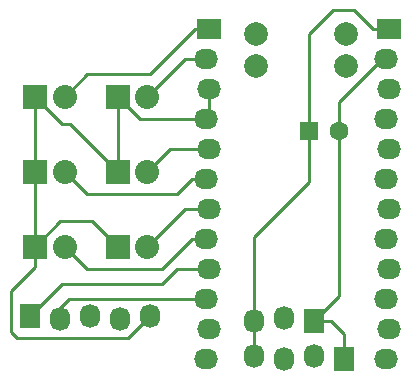
<source format=gbr>
G04 #@! TF.FileFunction,Copper,L1,Top,Signal*
%FSLAX46Y46*%
G04 Gerber Fmt 4.6, Leading zero omitted, Abs format (unit mm)*
G04 Created by KiCad (PCBNEW (after 2015-may-01 BZR unknown)-product) date 6/15/2015 7:13:09 PM*
%MOMM*%
G01*
G04 APERTURE LIST*
%ADD10C,0.100000*%
%ADD11R,2.032000X1.727200*%
%ADD12O,2.032000X1.727200*%
%ADD13R,1.727200X2.032000*%
%ADD14O,1.727200X2.032000*%
%ADD15R,2.032000X2.032000*%
%ADD16O,2.032000X2.032000*%
%ADD17C,1.998980*%
%ADD18R,1.600000X1.600000*%
%ADD19C,1.600000*%
%ADD20C,0.250000*%
G04 APERTURE END LIST*
D10*
D11*
X101727000Y-101600000D03*
D12*
X101473000Y-104140000D03*
X101727000Y-106680000D03*
X101473000Y-109220000D03*
X101727000Y-111760000D03*
X101473000Y-114300000D03*
X101727000Y-116840000D03*
X101473000Y-119380000D03*
X101727000Y-121920000D03*
X101473000Y-124460000D03*
X101727000Y-127000000D03*
X101473000Y-129540000D03*
D11*
X116967000Y-101600000D03*
D12*
X116713000Y-104140000D03*
X116967000Y-106680000D03*
X116713000Y-109220000D03*
X116967000Y-111760000D03*
X116713000Y-114300000D03*
X116967000Y-116840000D03*
X116713000Y-119380000D03*
X116967000Y-121920000D03*
X116713000Y-124460000D03*
X116967000Y-127000000D03*
X116713000Y-129540000D03*
D13*
X86614000Y-125857000D03*
D14*
X89154000Y-126111000D03*
X91694000Y-125857000D03*
X94234000Y-126111000D03*
X96774000Y-125857000D03*
D13*
X110625000Y-126337000D03*
D14*
X108085000Y-126083000D03*
X105545000Y-126337000D03*
D13*
X113165000Y-129512000D03*
D14*
X110625000Y-129258000D03*
X108085000Y-129512000D03*
X105545000Y-129258000D03*
D15*
X93995000Y-107315000D03*
D16*
X96505000Y-107315000D03*
D15*
X87010000Y-107315000D03*
D16*
X89520000Y-107315000D03*
D15*
X93995000Y-113665000D03*
D16*
X96505000Y-113665000D03*
D15*
X87010000Y-113665000D03*
D16*
X89520000Y-113665000D03*
D15*
X93995000Y-120015000D03*
D16*
X96505000Y-120015000D03*
D15*
X87010000Y-120015000D03*
D16*
X89520000Y-120015000D03*
D17*
X113310000Y-104750000D03*
X105690000Y-104750000D03*
X113310000Y-102000000D03*
X105690000Y-102000000D03*
D18*
X110250000Y-110250000D03*
D19*
X112750000Y-110250000D03*
D20*
X91425000Y-105410000D02*
X89520000Y-107315000D01*
X96774000Y-105410000D02*
X91425000Y-105410000D01*
X100584000Y-101600000D02*
X96774000Y-105410000D01*
X101727000Y-101600000D02*
X100584000Y-101600000D01*
X101473000Y-104140000D02*
X99680000Y-104140000D01*
X99680000Y-104140000D02*
X96505000Y-107315000D01*
X87010000Y-120015000D02*
X87010000Y-121740000D01*
X94881000Y-127750000D02*
X96774000Y-125857000D01*
X85500000Y-127750000D02*
X94881000Y-127750000D01*
X85000000Y-127250000D02*
X85500000Y-127750000D01*
X85000000Y-123750000D02*
X85000000Y-127250000D01*
X87010000Y-121740000D02*
X85000000Y-123750000D01*
X116713000Y-104140000D02*
X116360000Y-104140000D01*
X116360000Y-104140000D02*
X112750000Y-107750000D01*
X112750000Y-124212000D02*
X110625000Y-126337000D01*
X112750000Y-107750000D02*
X112750000Y-124212000D01*
X110625000Y-126337000D02*
X112087000Y-126337000D01*
X112087000Y-126337000D02*
X113165000Y-127415000D01*
X113165000Y-127415000D02*
X113165000Y-129512000D01*
X101727000Y-106680000D02*
X101727000Y-108966000D01*
X101727000Y-108966000D02*
X101473000Y-109220000D01*
X101473000Y-109220000D02*
X95900000Y-109220000D01*
X95900000Y-109220000D02*
X93995000Y-107315000D01*
X93995000Y-107315000D02*
X93995000Y-113665000D01*
X93995000Y-113665000D02*
X89931000Y-109601000D01*
X89931000Y-109601000D02*
X89296000Y-109601000D01*
X89296000Y-109601000D02*
X87010000Y-107315000D01*
X87010000Y-107315000D02*
X87010000Y-113665000D01*
X87010000Y-113665000D02*
X87010000Y-120015000D01*
X87010000Y-120015000D02*
X89154000Y-117871000D01*
X89154000Y-117871000D02*
X91851000Y-117871000D01*
X91851000Y-117871000D02*
X93995000Y-120015000D01*
X116713000Y-104140000D02*
X116205000Y-104140000D01*
X101727000Y-111760000D02*
X98410000Y-111760000D01*
X98410000Y-111760000D02*
X96505000Y-113665000D01*
X101473000Y-114300000D02*
X100330000Y-114300000D01*
X91425000Y-115570000D02*
X89520000Y-113665000D01*
X99060000Y-115570000D02*
X91425000Y-115570000D01*
X100330000Y-114300000D02*
X99060000Y-115570000D01*
X101727000Y-116840000D02*
X99680000Y-116840000D01*
X99680000Y-116840000D02*
X96505000Y-120015000D01*
X101473000Y-119380000D02*
X100330000Y-119380000D01*
X91425000Y-121920000D02*
X89520000Y-120015000D01*
X97790000Y-121920000D02*
X91425000Y-121920000D01*
X100330000Y-119380000D02*
X97790000Y-121920000D01*
X101727000Y-121920000D02*
X99060000Y-121920000D01*
X89281000Y-123190000D02*
X86614000Y-125857000D01*
X97790000Y-123190000D02*
X89281000Y-123190000D01*
X99060000Y-121920000D02*
X97790000Y-123190000D01*
X89154000Y-126111000D02*
X89154000Y-125222000D01*
X89154000Y-125222000D02*
X89916000Y-124460000D01*
X89916000Y-124460000D02*
X101473000Y-124460000D01*
X116967000Y-101600000D02*
X115600000Y-101600000D01*
X105545000Y-119205000D02*
X105545000Y-129258000D01*
X110250000Y-114500000D02*
X105545000Y-119205000D01*
X110250000Y-102000000D02*
X110250000Y-114500000D01*
X112250000Y-100000000D02*
X110250000Y-102000000D01*
X114000000Y-100000000D02*
X112250000Y-100000000D01*
X115600000Y-101600000D02*
X114000000Y-100000000D01*
X110498000Y-129258000D02*
X110625000Y-129258000D01*
M02*

</source>
